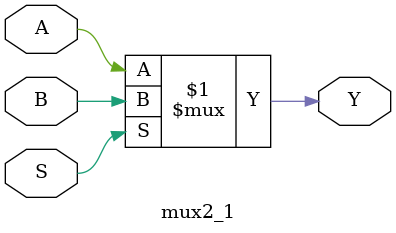
<source format=v>
module mux2_1(input A,B,S,output Y);
  assign Y=S?B:A;
endmodule

</source>
